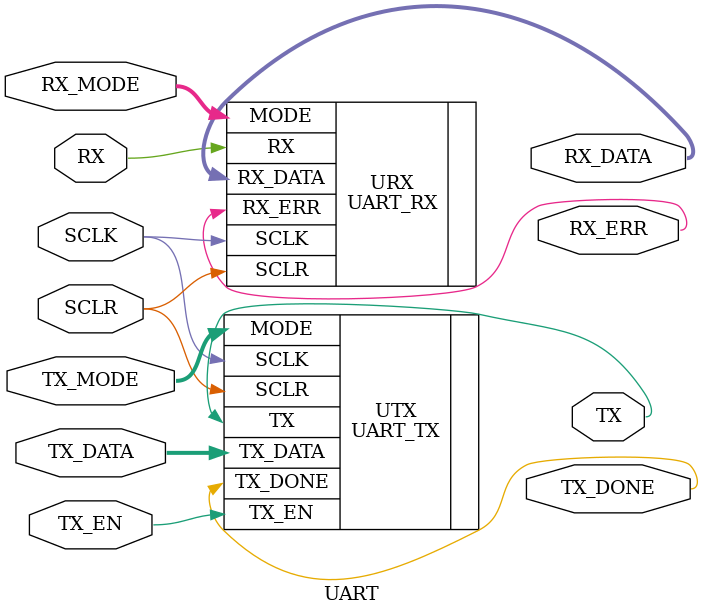
<source format=v>
module UART(
	input SCLK,SCLR,
	//RX PORTs
	input RX,
	input [1:0]RX_MODE,
	output RX_ERR,
	output [7:0]RX_DATA,
	//TX PORTs
	input TX_EN,
	input [1:0]TX_MODE,
	input [7:0]TX_DATA,
	output TX,TX_DONE
	);

//UART RX
UART_RX URX(
	.SCLK(SCLK),
	.SCLR(SCLR),
	.RX(RX),
	.MODE(RX_MODE),
	.RX_ERR(RX_ERR),
	.RX_DATA(RX_DATA)	
	);

//UART TX
UART_TX UTX(
	.SCLK(SCLK),
	.SCLR(SCLR),
	.TX_EN(TX_EN),
	.MODE(TX_MODE),
	.TX_DATA(TX_DATA),
	.TX(TX),
	.TX_DONE(TX_DONE)
	);

endmodule

</source>
